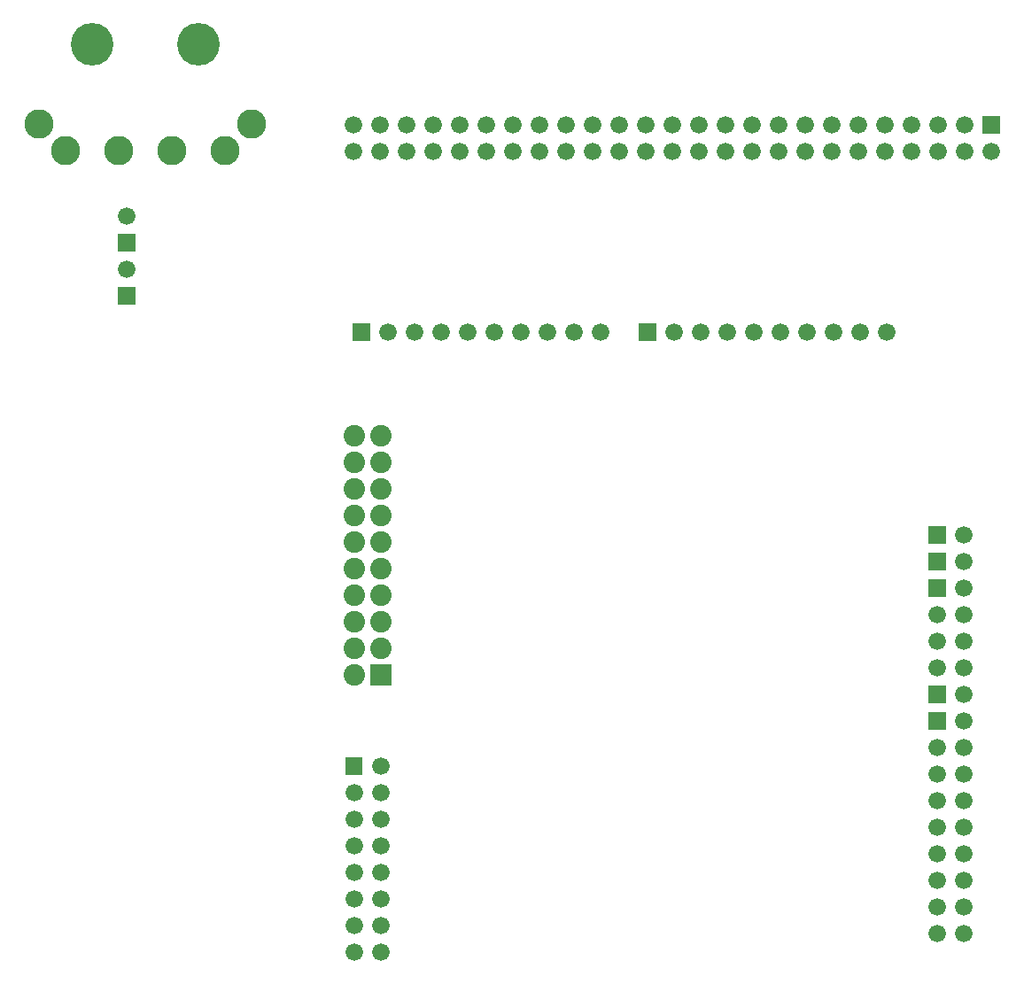
<source format=gbs>
G04 start of page 12 for group -4062 idx -4062 *
G04 Title: (unknown), soldermask *
G04 Creator: pcb 20110918 *
G04 CreationDate: Sun 22 Jun 2014 10:36:29 GMT UTC *
G04 For: michael *
G04 Format: Gerber/RS-274X *
G04 PCB-Dimensions: 393000 393700 *
G04 PCB-Coordinate-Origin: lower left *
%MOIN*%
%FSLAX25Y25*%
%LNBOTTOMMASK*%
%ADD177C,0.0808*%
%ADD176C,0.1600*%
%ADD175C,0.1100*%
%ADD174C,0.0660*%
%ADD173C,0.0001*%
G54D173*G36*
X41700Y312000D02*Y305400D01*
X48300D01*
Y312000D01*
X41700D01*
G37*
G54D174*X45000Y318700D03*
G54D175*X22000Y343200D03*
X42000D03*
X62000D03*
X12000Y353200D03*
G54D176*X32000Y383200D03*
X72000D03*
G54D173*G36*
X41700Y292000D02*Y285400D01*
X48300D01*
Y292000D01*
X41700D01*
G37*
G54D174*X45000Y298700D03*
G54D175*X82000Y343200D03*
X92000Y353200D03*
G54D174*X130200Y343000D03*
Y353000D03*
X140200Y343000D03*
Y353000D03*
X150200Y343000D03*
Y353000D03*
X160200Y343000D03*
Y353000D03*
X170200D03*
X180200D03*
X170200Y343000D03*
X180200D03*
X190200D03*
X200200D03*
X210200D03*
X220200D03*
X190200Y353000D03*
X200200D03*
X210200D03*
X230200Y343000D03*
X240200D03*
X250200D03*
X220200Y353000D03*
X230200D03*
X240200D03*
X250200D03*
X260200Y343000D03*
X270200D03*
X280200D03*
X260200Y353000D03*
X270200D03*
X280200D03*
X290200D03*
X300200D03*
X310200D03*
X290200Y343000D03*
X300200D03*
X310200D03*
X320200D03*
Y353000D03*
X330200Y343000D03*
X340200D03*
X350200D03*
X360200D03*
X370200D03*
X330200Y353000D03*
X340200D03*
X350200D03*
X360200D03*
G54D173*G36*
X366900Y356300D02*Y349700D01*
X373500D01*
Y356300D01*
X366900D01*
G37*
G36*
X346700Y182000D02*Y175400D01*
X353300D01*
Y182000D01*
X346700D01*
G37*
G54D174*X360000Y178700D03*
X350000Y168700D03*
X360000D03*
G54D173*G36*
X346700Y192000D02*Y185400D01*
X353300D01*
Y192000D01*
X346700D01*
G37*
G54D174*X360000Y188700D03*
X350000Y158700D03*
X360000D03*
G54D173*G36*
X346700Y202000D02*Y195400D01*
X353300D01*
Y202000D01*
X346700D01*
G37*
G54D174*X360000Y198700D03*
G54D177*X140600Y175900D03*
Y185900D03*
Y195900D03*
X130600Y175900D03*
Y185900D03*
Y195900D03*
Y205900D03*
Y215900D03*
Y225900D03*
X140600Y205900D03*
Y215900D03*
Y225900D03*
Y235900D03*
X130600D03*
G54D173*G36*
X130100Y278300D02*Y271700D01*
X136700D01*
Y278300D01*
X130100D01*
G37*
G54D174*X143400Y275000D03*
X153400D03*
X163400D03*
X173400D03*
X183400D03*
X193400D03*
X203400D03*
X213400D03*
X223400D03*
G54D173*G36*
X237800Y278300D02*Y271700D01*
X244400D01*
Y278300D01*
X237800D01*
G37*
G54D174*X251100Y275000D03*
X261100D03*
X271100D03*
X281100D03*
X291100D03*
X301100D03*
X311100D03*
X321100D03*
X331100D03*
X130500Y91700D03*
X140500D03*
X130500Y81700D03*
X140500D03*
G54D173*G36*
X127200Y115000D02*Y108400D01*
X133800D01*
Y115000D01*
X127200D01*
G37*
G54D174*X140500Y111700D03*
X130500Y101700D03*
X140500D03*
X130500Y71700D03*
X140500D03*
X130500Y61700D03*
Y51700D03*
Y41700D03*
X140500Y61700D03*
Y51700D03*
Y41700D03*
G54D173*G36*
X136560Y149940D02*Y141860D01*
X144640D01*
Y149940D01*
X136560D01*
G37*
G54D177*X130600Y145900D03*
X140600Y155900D03*
X130561Y155939D03*
X140600Y165900D03*
X130600D03*
G54D174*X350000Y148700D03*
G54D173*G36*
X346700Y132000D02*Y125400D01*
X353300D01*
Y132000D01*
X346700D01*
G37*
G54D174*X350000Y118700D03*
G54D173*G36*
X346700Y142000D02*Y135400D01*
X353300D01*
Y142000D01*
X346700D01*
G37*
G54D174*X360000Y148700D03*
Y128700D03*
Y118700D03*
Y138700D03*
X350000Y108700D03*
Y98700D03*
Y88700D03*
Y78700D03*
X360000D03*
X350000Y68700D03*
Y58700D03*
Y48700D03*
X360000Y68700D03*
Y58700D03*
Y48700D03*
Y108700D03*
Y98700D03*
Y88700D03*
M02*

</source>
